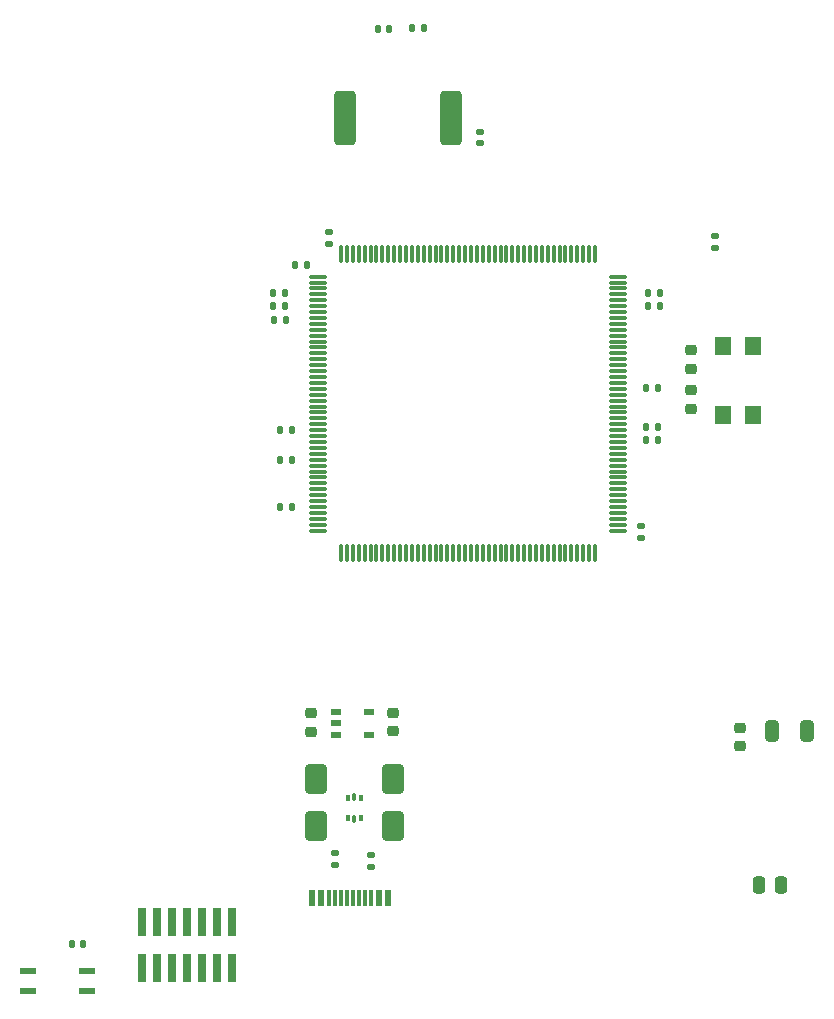
<source format=gbr>
%TF.GenerationSoftware,KiCad,Pcbnew,9.0.4-9.0.4-0~ubuntu24.04.1*%
%TF.CreationDate,2025-09-24T00:09:48+02:00*%
%TF.ProjectId,CarteMere,43617274-654d-4657-9265-2e6b69636164,rev?*%
%TF.SameCoordinates,Original*%
%TF.FileFunction,Paste,Top*%
%TF.FilePolarity,Positive*%
%FSLAX46Y46*%
G04 Gerber Fmt 4.6, Leading zero omitted, Abs format (unit mm)*
G04 Created by KiCad (PCBNEW 9.0.4-9.0.4-0~ubuntu24.04.1) date 2025-09-24 00:09:48*
%MOMM*%
%LPD*%
G01*
G04 APERTURE LIST*
G04 Aperture macros list*
%AMRoundRect*
0 Rectangle with rounded corners*
0 $1 Rounding radius*
0 $2 $3 $4 $5 $6 $7 $8 $9 X,Y pos of 4 corners*
0 Add a 4 corners polygon primitive as box body*
4,1,4,$2,$3,$4,$5,$6,$7,$8,$9,$2,$3,0*
0 Add four circle primitives for the rounded corners*
1,1,$1+$1,$2,$3*
1,1,$1+$1,$4,$5*
1,1,$1+$1,$6,$7*
1,1,$1+$1,$8,$9*
0 Add four rect primitives between the rounded corners*
20,1,$1+$1,$2,$3,$4,$5,0*
20,1,$1+$1,$4,$5,$6,$7,0*
20,1,$1+$1,$6,$7,$8,$9,0*
20,1,$1+$1,$8,$9,$2,$3,0*%
G04 Aperture macros list end*
%ADD10RoundRect,0.135000X0.135000X0.185000X-0.135000X0.185000X-0.135000X-0.185000X0.135000X-0.185000X0*%
%ADD11RoundRect,0.135000X-0.135000X-0.185000X0.135000X-0.185000X0.135000X0.185000X-0.135000X0.185000X0*%
%ADD12RoundRect,0.250000X0.250000X0.475000X-0.250000X0.475000X-0.250000X-0.475000X0.250000X-0.475000X0*%
%ADD13RoundRect,0.075000X0.675000X0.075000X-0.675000X0.075000X-0.675000X-0.075000X0.675000X-0.075000X0*%
%ADD14RoundRect,0.075000X0.075000X0.675000X-0.075000X0.675000X-0.075000X-0.675000X0.075000X-0.675000X0*%
%ADD15RoundRect,0.225000X0.250000X-0.225000X0.250000X0.225000X-0.250000X0.225000X-0.250000X-0.225000X0*%
%ADD16RoundRect,0.210000X-0.490000X0.590000X-0.490000X-0.590000X0.490000X-0.590000X0.490000X0.590000X0*%
%ADD17RoundRect,0.135000X-0.185000X0.135000X-0.185000X-0.135000X0.185000X-0.135000X0.185000X0.135000X0*%
%ADD18RoundRect,0.135000X0.185000X-0.135000X0.185000X0.135000X-0.185000X0.135000X-0.185000X-0.135000X0*%
%ADD19RoundRect,0.093750X-0.093750X0.156250X-0.093750X-0.156250X0.093750X-0.156250X0.093750X0.156250X0*%
%ADD20RoundRect,0.075000X-0.075000X0.250000X-0.075000X-0.250000X0.075000X-0.250000X0.075000X0.250000X0*%
%ADD21RoundRect,0.270000X0.630000X-2.030000X0.630000X2.030000X-0.630000X2.030000X-0.630000X-2.030000X0*%
%ADD22R,0.900000X0.600000*%
%ADD23RoundRect,0.140000X0.170000X-0.140000X0.170000X0.140000X-0.170000X0.140000X-0.170000X-0.140000X0*%
%ADD24RoundRect,0.250000X-0.650000X1.000000X-0.650000X-1.000000X0.650000X-1.000000X0.650000X1.000000X0*%
%ADD25RoundRect,0.250000X0.325000X0.650000X-0.325000X0.650000X-0.325000X-0.650000X0.325000X-0.650000X0*%
%ADD26RoundRect,0.140000X0.140000X0.170000X-0.140000X0.170000X-0.140000X-0.170000X0.140000X-0.170000X0*%
%ADD27R,1.350000X0.600000*%
%ADD28RoundRect,0.225000X-0.250000X0.225000X-0.250000X-0.225000X0.250000X-0.225000X0.250000X0.225000X0*%
%ADD29R,0.740000X2.400000*%
%ADD30R,0.600000X1.450000*%
%ADD31R,0.300000X1.450000*%
%ADD32RoundRect,0.140000X-0.140000X-0.170000X0.140000X-0.170000X0.140000X0.170000X-0.140000X0.170000X0*%
G04 APERTURE END LIST*
D10*
%TO.C,R15*%
X126020000Y-98500000D03*
X127040000Y-98500000D03*
%TD*%
D11*
%TO.C,R12*%
X157190000Y-85500000D03*
X158210000Y-85500000D03*
%TD*%
D10*
%TO.C,R9*%
X127090000Y-102500000D03*
X126070000Y-102500000D03*
%TD*%
D12*
%TO.C,C36*%
X168500000Y-134500000D03*
X166600000Y-134500000D03*
%TD*%
D13*
%TO.C,U3*%
X154645000Y-104500000D03*
X154645000Y-104000000D03*
X154645000Y-103500000D03*
X154645000Y-103000000D03*
X154645000Y-102500000D03*
X154645000Y-102000000D03*
X154645000Y-101500000D03*
X154645000Y-101000000D03*
X154645000Y-100500000D03*
X154645000Y-100000000D03*
X154645000Y-99500000D03*
X154645000Y-99000000D03*
X154645000Y-98500000D03*
X154645000Y-98000000D03*
X154645000Y-97500000D03*
X154645000Y-97000000D03*
X154645000Y-96500000D03*
X154645000Y-96000000D03*
X154645000Y-95500000D03*
X154645000Y-95000000D03*
X154645000Y-94500000D03*
X154645000Y-94000000D03*
X154645000Y-93500000D03*
X154645000Y-93000000D03*
X154645000Y-92500000D03*
X154645000Y-92000000D03*
X154645000Y-91500000D03*
X154645000Y-91000000D03*
X154645000Y-90500000D03*
X154645000Y-90000000D03*
X154645000Y-89500000D03*
X154645000Y-89000000D03*
X154645000Y-88500000D03*
X154645000Y-88000000D03*
X154645000Y-87500000D03*
X154645000Y-87000000D03*
X154645000Y-86500000D03*
X154645000Y-86000000D03*
X154645000Y-85500000D03*
X154645000Y-85000000D03*
X154645000Y-84500000D03*
X154645000Y-84000000D03*
X154645000Y-83500000D03*
X154645000Y-83000000D03*
D14*
X152720000Y-81075000D03*
X152220000Y-81075000D03*
X151720000Y-81075000D03*
X151220000Y-81075000D03*
X150720000Y-81075000D03*
X150220000Y-81075000D03*
X149720000Y-81075000D03*
X149220000Y-81075000D03*
X148720000Y-81075000D03*
X148220000Y-81075000D03*
X147720000Y-81075000D03*
X147220000Y-81075000D03*
X146720000Y-81075000D03*
X146220000Y-81075000D03*
X145720000Y-81075000D03*
X145220000Y-81075000D03*
X144720000Y-81075000D03*
X144220000Y-81075000D03*
X143720000Y-81075000D03*
X143220000Y-81075000D03*
X142720000Y-81075000D03*
X142220000Y-81075000D03*
X141720000Y-81075000D03*
X141220000Y-81075000D03*
X140720000Y-81075000D03*
X140220000Y-81075000D03*
X139720000Y-81075000D03*
X139220000Y-81075000D03*
X138720000Y-81075000D03*
X138220000Y-81075000D03*
X137720000Y-81075000D03*
X137220000Y-81075000D03*
X136720000Y-81075000D03*
X136220000Y-81075000D03*
X135720000Y-81075000D03*
X135220000Y-81075000D03*
X134720000Y-81075000D03*
X134220000Y-81075000D03*
X133720000Y-81075000D03*
X133220000Y-81075000D03*
X132720000Y-81075000D03*
X132220000Y-81075000D03*
X131720000Y-81075000D03*
X131220000Y-81075000D03*
D13*
X129295000Y-83000000D03*
X129295000Y-83500000D03*
X129295000Y-84000000D03*
X129295000Y-84500000D03*
X129295000Y-85000000D03*
X129295000Y-85500000D03*
X129295000Y-86000000D03*
X129295000Y-86500000D03*
X129295000Y-87000000D03*
X129295000Y-87500000D03*
X129295000Y-88000000D03*
X129295000Y-88500000D03*
X129295000Y-89000000D03*
X129295000Y-89500000D03*
X129295000Y-90000000D03*
X129295000Y-90500000D03*
X129295000Y-91000000D03*
X129295000Y-91500000D03*
X129295000Y-92000000D03*
X129295000Y-92500000D03*
X129295000Y-93000000D03*
X129295000Y-93500000D03*
X129295000Y-94000000D03*
X129295000Y-94500000D03*
X129295000Y-95000000D03*
X129295000Y-95500000D03*
X129295000Y-96000000D03*
X129295000Y-96500000D03*
X129295000Y-97000000D03*
X129295000Y-97500000D03*
X129295000Y-98000000D03*
X129295000Y-98500000D03*
X129295000Y-99000000D03*
X129295000Y-99500000D03*
X129295000Y-100000000D03*
X129295000Y-100500000D03*
X129295000Y-101000000D03*
X129295000Y-101500000D03*
X129295000Y-102000000D03*
X129295000Y-102500000D03*
X129295000Y-103000000D03*
X129295000Y-103500000D03*
X129295000Y-104000000D03*
X129295000Y-104500000D03*
D14*
X131220000Y-106425000D03*
X131720000Y-106425000D03*
X132220000Y-106425000D03*
X132720000Y-106425000D03*
X133220000Y-106425000D03*
X133720000Y-106425000D03*
X134220000Y-106425000D03*
X134720000Y-106425000D03*
X135220000Y-106425000D03*
X135720000Y-106425000D03*
X136220000Y-106425000D03*
X136720000Y-106425000D03*
X137220000Y-106425000D03*
X137720000Y-106425000D03*
X138220000Y-106425000D03*
X138720000Y-106425000D03*
X139220000Y-106425000D03*
X139720000Y-106425000D03*
X140220000Y-106425000D03*
X140720000Y-106425000D03*
X141220000Y-106425000D03*
X141720000Y-106425000D03*
X142220000Y-106425000D03*
X142720000Y-106425000D03*
X143220000Y-106425000D03*
X143720000Y-106425000D03*
X144220000Y-106425000D03*
X144720000Y-106425000D03*
X145220000Y-106425000D03*
X145720000Y-106425000D03*
X146220000Y-106425000D03*
X146720000Y-106425000D03*
X147220000Y-106425000D03*
X147720000Y-106425000D03*
X148220000Y-106425000D03*
X148720000Y-106425000D03*
X149220000Y-106425000D03*
X149720000Y-106425000D03*
X150220000Y-106425000D03*
X150720000Y-106425000D03*
X151220000Y-106425000D03*
X151720000Y-106425000D03*
X152220000Y-106425000D03*
X152720000Y-106425000D03*
%TD*%
D15*
%TO.C,C1*%
X128650000Y-121525000D03*
X128650000Y-119975000D03*
%TD*%
%TO.C,C4*%
X165010000Y-122775000D03*
X165010000Y-121225000D03*
%TD*%
D16*
%TO.C,U4*%
X166110000Y-88900000D03*
X166110000Y-94700000D03*
X163540000Y-94700000D03*
X163570000Y-88900000D03*
%TD*%
D10*
%TO.C,R8*%
X158090000Y-92400000D03*
X157070000Y-92400000D03*
%TD*%
%TO.C,R17*%
X126510000Y-85500000D03*
X125490000Y-85500000D03*
%TD*%
D11*
%TO.C,R14*%
X157050000Y-95710000D03*
X158070000Y-95710000D03*
%TD*%
D17*
%TO.C,R6*%
X130200000Y-79190000D03*
X130200000Y-80210000D03*
%TD*%
D18*
%TO.C,R1*%
X133750000Y-132950000D03*
X133750000Y-131930000D03*
%TD*%
D15*
%TO.C,C34*%
X160880000Y-90800000D03*
X160880000Y-89250000D03*
%TD*%
D19*
%TO.C,U2*%
X132875000Y-127150000D03*
D20*
X132337500Y-127075000D03*
D19*
X131800000Y-127150000D03*
X131800000Y-128850000D03*
D20*
X132337500Y-128925000D03*
D19*
X132875000Y-128850000D03*
%TD*%
D21*
%TO.C,L1*%
X140520000Y-69600000D03*
X131520000Y-69600000D03*
%TD*%
D22*
%TO.C,PS1*%
X130750000Y-119875000D03*
X130750000Y-120825000D03*
X130750000Y-121775000D03*
X133550000Y-121775000D03*
X133550000Y-119875000D03*
%TD*%
D23*
%TO.C,C18*%
X142970000Y-71710000D03*
X142970000Y-70750000D03*
%TD*%
D24*
%TO.C,D2*%
X135600000Y-125500000D03*
X135600000Y-129500000D03*
%TD*%
D25*
%TO.C,C2*%
X170685000Y-121500000D03*
X167735000Y-121500000D03*
%TD*%
D17*
%TO.C,R22*%
X162890000Y-79560000D03*
X162890000Y-80580000D03*
%TD*%
D26*
%TO.C,C12*%
X135300000Y-62000000D03*
X134340000Y-62000000D03*
%TD*%
D11*
%TO.C,R13*%
X157190000Y-84400000D03*
X158210000Y-84400000D03*
%TD*%
D27*
%TO.C,SW1*%
X104700000Y-143500000D03*
X109750000Y-143500000D03*
X109750000Y-141800000D03*
X104700000Y-141800000D03*
%TD*%
D28*
%TO.C,C3*%
X135600000Y-119950000D03*
X135600000Y-121500000D03*
%TD*%
D10*
%TO.C,R18*%
X126520000Y-86650000D03*
X125500000Y-86650000D03*
%TD*%
D29*
%TO.C,J50*%
X114330000Y-141500000D03*
X114330000Y-137600000D03*
X115600000Y-141500000D03*
X115600000Y-137600000D03*
X116870000Y-141500000D03*
X116870000Y-137600000D03*
X118140000Y-141500000D03*
X118140000Y-137600000D03*
X119410000Y-141500000D03*
X119410000Y-137600000D03*
X120680000Y-141500000D03*
X120680000Y-137600000D03*
X121950000Y-141500000D03*
X121950000Y-137600000D03*
%TD*%
D17*
%TO.C,R19*%
X156620000Y-104090000D03*
X156620000Y-105110000D03*
%TD*%
D30*
%TO.C,J48*%
X128720000Y-135605000D03*
X129520000Y-135605000D03*
D31*
X130720000Y-135605000D03*
X131720000Y-135605000D03*
X132220000Y-135605000D03*
X133220000Y-135605000D03*
D30*
X134420000Y-135605000D03*
X135220000Y-135605000D03*
X135220000Y-135605000D03*
X134420000Y-135605000D03*
D31*
X133720000Y-135605000D03*
X132720000Y-135605000D03*
X131220000Y-135605000D03*
X130220000Y-135605000D03*
D30*
X129520000Y-135605000D03*
X128720000Y-135605000D03*
%TD*%
D15*
%TO.C,C35*%
X160880000Y-94175000D03*
X160880000Y-92625000D03*
%TD*%
D24*
%TO.C,D1*%
X129100000Y-125500000D03*
X129100000Y-129500000D03*
%TD*%
D10*
%TO.C,R16*%
X126510000Y-84400000D03*
X125490000Y-84400000D03*
%TD*%
D32*
%TO.C,C15*%
X137240000Y-61950000D03*
X138200000Y-61950000D03*
%TD*%
D11*
%TO.C,R4*%
X127290000Y-82000000D03*
X128310000Y-82000000D03*
%TD*%
D32*
%TO.C,C6*%
X108420000Y-139520000D03*
X109380000Y-139520000D03*
%TD*%
D18*
%TO.C,R2*%
X130700000Y-132850000D03*
X130700000Y-131830000D03*
%TD*%
D10*
%TO.C,R7*%
X158070000Y-96840000D03*
X157050000Y-96840000D03*
%TD*%
%TO.C,R24*%
X127040000Y-96010000D03*
X126020000Y-96010000D03*
%TD*%
M02*

</source>
